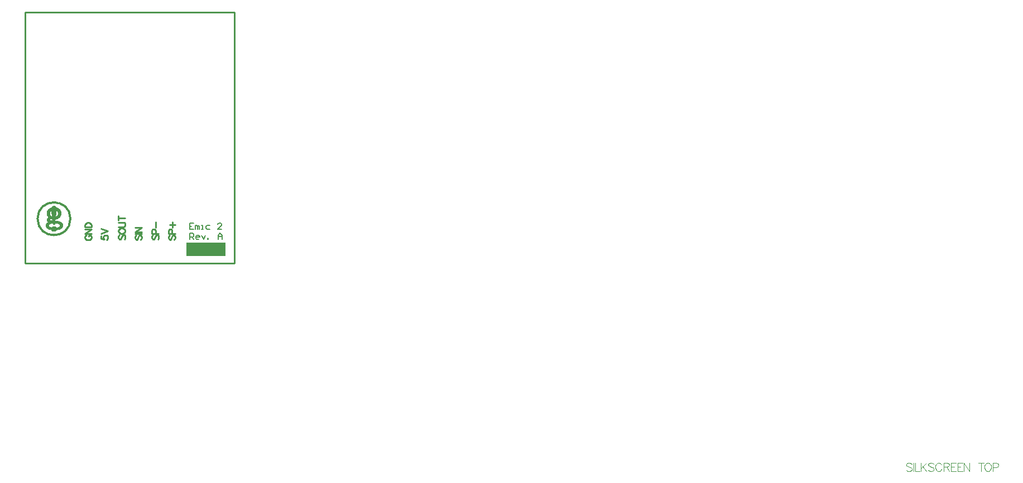
<source format=gto>
%FSLAX25Y25*%
%MOIN*%
G70*
G01*
G75*
G04 Layer_Color=9555144*
%ADD10O,0.01772X0.05512*%
%ADD11R,0.05118X0.08268*%
%ADD12O,0.00984X0.06102*%
%ADD13O,0.06102X0.00984*%
%ADD14R,0.08661X0.11024*%
%ADD15R,0.11024X0.11024*%
%ADD16R,0.02362X0.03740*%
%ADD17O,0.05512X0.01378*%
%ADD18R,0.06693X0.04134*%
%ADD19C,0.03500*%
%ADD20C,0.02000*%
%ADD21C,0.01200*%
%ADD22C,0.00800*%
%ADD23C,0.01500*%
%ADD24C,0.01400*%
%ADD25C,0.01000*%
%ADD26C,0.00492*%
%ADD27C,0.00787*%
%ADD28C,0.06693*%
%ADD29R,0.06200X0.06200*%
%ADD30C,0.02000*%
%ADD31C,0.00984*%
%ADD32C,0.00100*%
%ADD33C,0.00394*%
%ADD34C,0.02500*%
%ADD35R,0.03937X0.04331*%
%ADD36R,0.04331X0.03937*%
%ADD37R,0.06000X0.05000*%
%ADD38R,0.05000X0.06000*%
%ADD39R,0.07087X0.05512*%
%ADD40R,0.05906X0.05118*%
%ADD41R,0.06200X0.06200*%
%ADD42C,0.06200*%
%ADD43C,0.03000*%
%ADD44C,0.04000*%
%ADD45R,0.03700X0.17300*%
%ADD46O,0.02572X0.06312*%
%ADD47R,0.05918X0.09068*%
%ADD48O,0.01784X0.06902*%
%ADD49O,0.06902X0.01784*%
%ADD50R,0.09461X0.11824*%
%ADD51R,0.11824X0.11824*%
%ADD52R,0.03162X0.04540*%
%ADD53O,0.06312X0.02178*%
%ADD54R,0.07493X0.04934*%
%ADD55C,0.07493*%
%ADD56R,0.07000X0.07000*%
%ADD57R,0.04737X0.05131*%
%ADD58R,0.05131X0.04737*%
%ADD59R,0.06800X0.05800*%
%ADD60R,0.05800X0.06800*%
%ADD61R,0.07887X0.06312*%
%ADD62R,0.06706X0.05918*%
%ADD63R,0.07000X0.07000*%
%ADD64C,0.07000*%
%ADD65R,0.23600X0.08000*%
D21*
X26978Y26527D02*
G03*
X26978Y26527I-9800J0D01*
G01*
D22*
X98300Y14300D02*
Y17799D01*
X100049D01*
X100633Y17216D01*
Y16049D01*
X100049Y15466D01*
X98300D01*
X99466D02*
X100633Y14300D01*
X103548D02*
X102382D01*
X101799Y14883D01*
Y16049D01*
X102382Y16633D01*
X103548D01*
X104131Y16049D01*
Y15466D01*
X101799D01*
X105298Y16633D02*
X106464Y14300D01*
X107630Y16633D01*
X108797Y14300D02*
Y14883D01*
X109380D01*
Y14300D01*
X108797D01*
X115211D02*
Y16633D01*
X116377Y17799D01*
X117544Y16633D01*
Y14300D01*
Y16049D01*
X115211D01*
X100533Y23799D02*
X98200D01*
Y20300D01*
X100533D01*
X98200Y22049D02*
X99366D01*
X101699Y20300D02*
Y22633D01*
X102282D01*
X102865Y22049D01*
Y20300D01*
Y22049D01*
X103448Y22633D01*
X104031Y22049D01*
Y20300D01*
X105198D02*
X106364D01*
X105781D01*
Y22633D01*
X105198D01*
X110446D02*
X108697D01*
X108114Y22049D01*
Y20883D01*
X108697Y20300D01*
X110446D01*
X117444D02*
X115111D01*
X117444Y22633D01*
Y23216D01*
X116861Y23799D01*
X115694D01*
X115111Y23216D01*
D25*
X86172Y16766D02*
X85791Y16385D01*
X85601Y15814D01*
Y15052D01*
X85791Y14481D01*
X86172Y14100D01*
X86553D01*
X86934Y14290D01*
X87124Y14481D01*
X87315Y14862D01*
X87696Y16004D01*
X87886Y16385D01*
X88077Y16576D01*
X88457Y16766D01*
X89029D01*
X89410Y16385D01*
X89600Y15814D01*
Y15052D01*
X89410Y14481D01*
X89029Y14100D01*
X87696Y17661D02*
Y19375D01*
X87505Y19946D01*
X87315Y20137D01*
X86934Y20327D01*
X86363D01*
X85982Y20137D01*
X85791Y19946D01*
X85601Y19375D01*
Y17661D01*
X89600D01*
X86172Y22936D02*
X89600D01*
X87886Y21222D02*
Y24650D01*
X76272Y16866D02*
X75891Y16485D01*
X75701Y15914D01*
Y15152D01*
X75891Y14581D01*
X76272Y14200D01*
X76653D01*
X77034Y14390D01*
X77224Y14581D01*
X77415Y14962D01*
X77796Y16104D01*
X77986Y16485D01*
X78176Y16676D01*
X78557Y16866D01*
X79129D01*
X79510Y16485D01*
X79700Y15914D01*
Y15152D01*
X79510Y14581D01*
X79129Y14200D01*
X77796Y17761D02*
Y19475D01*
X77605Y20046D01*
X77415Y20237D01*
X77034Y20427D01*
X76463D01*
X76082Y20237D01*
X75891Y20046D01*
X75701Y19475D01*
Y17761D01*
X79700D01*
X77986Y21322D02*
Y24750D01*
X45401Y16385D02*
Y14481D01*
X47115Y14290D01*
X46924Y14481D01*
X46734Y15052D01*
Y15623D01*
X46924Y16195D01*
X47305Y16576D01*
X47877Y16766D01*
X48257D01*
X48829Y16576D01*
X49210Y16195D01*
X49400Y15623D01*
Y15052D01*
X49210Y14481D01*
X49019Y14290D01*
X48638Y14100D01*
X45401Y17661D02*
X49400Y19185D01*
X45401Y20708D02*
X49400Y19185D01*
X56272Y16866D02*
X55891Y16485D01*
X55701Y15914D01*
Y15152D01*
X55891Y14581D01*
X56272Y14200D01*
X56653D01*
X57034Y14390D01*
X57224Y14581D01*
X57415Y14962D01*
X57796Y16104D01*
X57986Y16485D01*
X58176Y16676D01*
X58557Y16866D01*
X59129D01*
X59510Y16485D01*
X59700Y15914D01*
Y15152D01*
X59510Y14581D01*
X59129Y14200D01*
X55701Y18904D02*
X55891Y18523D01*
X56272Y18142D01*
X56653Y17952D01*
X57224Y17761D01*
X58176D01*
X58748Y17952D01*
X59129Y18142D01*
X59510Y18523D01*
X59700Y18904D01*
Y19666D01*
X59510Y20046D01*
X59129Y20427D01*
X58748Y20618D01*
X58176Y20808D01*
X57224D01*
X56653Y20618D01*
X56272Y20427D01*
X55891Y20046D01*
X55701Y19666D01*
Y18904D01*
Y21741D02*
X58557D01*
X59129Y21932D01*
X59510Y22312D01*
X59700Y22884D01*
Y23265D01*
X59510Y23836D01*
X59129Y24217D01*
X58557Y24407D01*
X55701D01*
Y26845D02*
X59700D01*
X55701Y25512D02*
Y28178D01*
X36553Y16757D02*
X36172Y16566D01*
X35791Y16185D01*
X35601Y15804D01*
Y15043D01*
X35791Y14662D01*
X36172Y14281D01*
X36553Y14090D01*
X37124Y13900D01*
X38076D01*
X38648Y14090D01*
X39029Y14281D01*
X39410Y14662D01*
X39600Y15043D01*
Y15804D01*
X39410Y16185D01*
X39029Y16566D01*
X38648Y16757D01*
X38076D01*
Y15804D02*
Y16757D01*
X35601Y17671D02*
X39600D01*
X35601D02*
X39600Y20337D01*
X35601D02*
X39600D01*
X35601Y21441D02*
X39600D01*
X35601D02*
Y22774D01*
X35791Y23346D01*
X36172Y23727D01*
X36553Y23917D01*
X37124Y24107D01*
X38076D01*
X38648Y23917D01*
X39029Y23727D01*
X39410Y23346D01*
X39600Y22774D01*
Y21441D01*
X66172Y16766D02*
X65791Y16385D01*
X65601Y15814D01*
Y15052D01*
X65791Y14481D01*
X66172Y14100D01*
X66553D01*
X66934Y14290D01*
X67124Y14481D01*
X67315Y14862D01*
X67696Y16004D01*
X67886Y16385D01*
X68076Y16576D01*
X68457Y16766D01*
X69029D01*
X69410Y16385D01*
X69600Y15814D01*
Y15052D01*
X69410Y14481D01*
X69029Y14100D01*
X65601Y17661D02*
X69600D01*
X65601Y18499D02*
X69600D01*
X65601D02*
X69600Y21165D01*
X65601D02*
X69600D01*
X0Y0D02*
X125000D01*
X0Y150000D02*
X125000D01*
X0Y0D02*
Y150000D01*
X125000Y0D02*
Y150000D01*
D26*
X529453Y-120057D02*
X528984Y-119589D01*
X528281Y-119355D01*
X527344D01*
X526641Y-119589D01*
X526172Y-120057D01*
Y-120526D01*
X526407Y-120995D01*
X526641Y-121229D01*
X527110Y-121463D01*
X528515Y-121932D01*
X528984Y-122166D01*
X529218Y-122400D01*
X529453Y-122869D01*
Y-123572D01*
X528984Y-124040D01*
X528281Y-124275D01*
X527344D01*
X526641Y-124040D01*
X526172Y-123572D01*
X530554Y-119355D02*
Y-124275D01*
X531585Y-119355D02*
Y-124275D01*
X534396D01*
X534935Y-119355D02*
Y-124275D01*
X538215Y-119355D02*
X534935Y-122635D01*
X536107Y-121463D02*
X538215Y-124275D01*
X542597Y-120057D02*
X542128Y-119589D01*
X541425Y-119355D01*
X540488D01*
X539785Y-119589D01*
X539316Y-120057D01*
Y-120526D01*
X539551Y-120995D01*
X539785Y-121229D01*
X540254Y-121463D01*
X541659Y-121932D01*
X542128Y-122166D01*
X542362Y-122400D01*
X542597Y-122869D01*
Y-123572D01*
X542128Y-124040D01*
X541425Y-124275D01*
X540488D01*
X539785Y-124040D01*
X539316Y-123572D01*
X547212Y-120526D02*
X546978Y-120057D01*
X546509Y-119589D01*
X546041Y-119355D01*
X545104D01*
X544635Y-119589D01*
X544166Y-120057D01*
X543932Y-120526D01*
X543698Y-121229D01*
Y-122400D01*
X543932Y-123103D01*
X544166Y-123572D01*
X544635Y-124040D01*
X545104Y-124275D01*
X546041D01*
X546509Y-124040D01*
X546978Y-123572D01*
X547212Y-123103D01*
X548595Y-119355D02*
Y-124275D01*
Y-119355D02*
X550703D01*
X551406Y-119589D01*
X551640Y-119823D01*
X551875Y-120292D01*
Y-120760D01*
X551640Y-121229D01*
X551406Y-121463D01*
X550703Y-121698D01*
X548595D01*
X550235D02*
X551875Y-124275D01*
X556022Y-119355D02*
X552976D01*
Y-124275D01*
X556022D01*
X552976Y-121698D02*
X554850D01*
X559888Y-119355D02*
X556842D01*
Y-124275D01*
X559888D01*
X556842Y-121698D02*
X558716D01*
X560708Y-119355D02*
Y-124275D01*
Y-119355D02*
X563988Y-124275D01*
Y-119355D02*
Y-124275D01*
X570853Y-119355D02*
Y-124275D01*
X569213Y-119355D02*
X572493D01*
X574484D02*
X574016Y-119589D01*
X573547Y-120057D01*
X573313Y-120526D01*
X573078Y-121229D01*
Y-122400D01*
X573313Y-123103D01*
X573547Y-123572D01*
X574016Y-124040D01*
X574484Y-124275D01*
X575421D01*
X575890Y-124040D01*
X576359Y-123572D01*
X576593Y-123103D01*
X576827Y-122400D01*
Y-121229D01*
X576593Y-120526D01*
X576359Y-120057D01*
X575890Y-119589D01*
X575421Y-119355D01*
X574484D01*
X577975Y-121932D02*
X580084D01*
X580787Y-121698D01*
X581021Y-121463D01*
X581255Y-120995D01*
Y-120292D01*
X581021Y-119823D01*
X580787Y-119589D01*
X580084Y-119355D01*
X577975D01*
Y-124275D01*
D32*
X16550Y34117D02*
X17450D01*
X16350Y34017D02*
X17650D01*
X16150Y33917D02*
X17850D01*
X16050Y33817D02*
X17950D01*
X15950Y33717D02*
X18050D01*
X15850Y33617D02*
X18050D01*
X15850Y33517D02*
X18150D01*
X15750Y33417D02*
X18250D01*
X15750Y33317D02*
X18250D01*
X15350Y33217D02*
X18550D01*
X15150Y33117D02*
X18850D01*
X14850Y33017D02*
X19150D01*
X14650Y32917D02*
X19350D01*
X14550Y32817D02*
X19550D01*
X14350Y32717D02*
X19650D01*
X14250Y32617D02*
X19850D01*
X14150Y32517D02*
X19950D01*
X13950Y32417D02*
X20150D01*
X13850Y32317D02*
X20250D01*
X13750Y32217D02*
X20350D01*
X13650Y32117D02*
X20450D01*
X13650Y32017D02*
X20450D01*
X13550Y31917D02*
X20550D01*
X13450Y31817D02*
X20650D01*
X13350Y31717D02*
X20750D01*
X13350Y31617D02*
X15450D01*
X15550D02*
X18450D01*
X18650D02*
X20750D01*
X13250Y31517D02*
X15250D01*
X15550D02*
X18450D01*
X18750D02*
X20850D01*
X13150Y31417D02*
X15150D01*
X15550D02*
X18450D01*
X18850D02*
X20850D01*
X13150Y31317D02*
X15050D01*
X15550D02*
X18350D01*
X18950D02*
X20950D01*
X13050Y31217D02*
X14950D01*
X15550D02*
X18350D01*
X19050D02*
X20950D01*
X13050Y31117D02*
X14950D01*
X15550D02*
X18350D01*
X19150D02*
X21050D01*
X13050Y31017D02*
X14850D01*
X15650D02*
X18350D01*
X19150D02*
X21050D01*
X12950Y30917D02*
X14750D01*
X15650D02*
X18350D01*
X19250D02*
X21050D01*
X12950Y30817D02*
X14750D01*
X15650D02*
X18350D01*
X19350D02*
X21150D01*
X12950Y30717D02*
X14650D01*
X15650D02*
X18350D01*
X19350D02*
X21150D01*
X12950Y30617D02*
X14650D01*
X15650D02*
X18350D01*
X19350D02*
X21150D01*
X12850Y30517D02*
X14650D01*
X15650D02*
X18250D01*
X19450D02*
X21150D01*
X12850Y30417D02*
X14550D01*
X15650D02*
X18250D01*
X19450D02*
X21250D01*
X12850Y30317D02*
X14550D01*
X15650D02*
X18250D01*
X19450D02*
X21250D01*
X12850Y30217D02*
X14550D01*
X15750D02*
X18250D01*
X19550D02*
X21250D01*
X12850Y30117D02*
X14550D01*
X15750D02*
X18250D01*
X19550D02*
X21250D01*
X12850Y30017D02*
X14550D01*
X15750D02*
X18250D01*
X19550D02*
X21250D01*
X12850Y29917D02*
X14550D01*
X15750D02*
X18250D01*
X19550D02*
X21250D01*
X12850Y29817D02*
X14550D01*
X15750D02*
X18250D01*
X19550D02*
X21250D01*
X12850Y29717D02*
X14550D01*
X15750D02*
X18250D01*
X19550D02*
X21250D01*
X12850Y29617D02*
X14550D01*
X15750D02*
X18150D01*
X19550D02*
X21250D01*
X12850Y29517D02*
X14550D01*
X15850D02*
X18150D01*
X19550D02*
X21250D01*
X12850Y29417D02*
X14550D01*
X15850D02*
X18150D01*
X19550D02*
X21250D01*
X12850Y29317D02*
X14550D01*
X15850D02*
X18150D01*
X19550D02*
X21250D01*
X12850Y29217D02*
X14650D01*
X15850D02*
X18150D01*
X19450D02*
X21150D01*
X12950Y29117D02*
X14650D01*
X15850D02*
X18150D01*
X19450D02*
X21150D01*
X12950Y29017D02*
X14650D01*
X15850D02*
X18150D01*
X19450D02*
X21150D01*
X12950Y28917D02*
X14750D01*
X15850D02*
X18150D01*
X19350D02*
X21150D01*
X13050Y28817D02*
X14750D01*
X15850D02*
X18050D01*
X19350D02*
X21050D01*
X13050Y28717D02*
X14850D01*
X15950D02*
X18050D01*
X19250D02*
X21050D01*
X13050Y28617D02*
X14850D01*
X15950D02*
X18050D01*
X19250D02*
X21050D01*
X13150Y28517D02*
X14950D01*
X15950D02*
X18050D01*
X19150D02*
X20950D01*
X13150Y28417D02*
X15050D01*
X15950D02*
X18050D01*
X19050D02*
X20950D01*
X13250Y28317D02*
X15150D01*
X15950D02*
X18050D01*
X18950D02*
X20850D01*
X13250Y28217D02*
X15250D01*
X15950D02*
X18050D01*
X18850D02*
X20850D01*
X13350Y28117D02*
X15350D01*
X15950D02*
X18050D01*
X18650D02*
X20750D01*
X13450Y28017D02*
X15550D01*
X16050D02*
X18050D01*
X18450D02*
X20650D01*
X13450Y27917D02*
X15650D01*
X16050D02*
X17950D01*
X18250D02*
X20650D01*
X13550Y27817D02*
X15950D01*
X16050D02*
X17950D01*
X18050D02*
X20550D01*
X13650Y27717D02*
X20450D01*
X13750Y27617D02*
X20350D01*
X13850Y27517D02*
X20250D01*
X13750Y27417D02*
X20150D01*
X13650Y27317D02*
X20050D01*
X13550Y27217D02*
X19950D01*
X13450Y27117D02*
X19850D01*
X13350Y27017D02*
X19750D01*
X13250Y26917D02*
X19550D01*
X13150Y26817D02*
X19350D01*
X13050Y26717D02*
X19150D01*
X13050Y26617D02*
X14950D01*
X15150D02*
X18950D01*
X12950Y26517D02*
X14850D01*
X15450D02*
X18650D01*
X12950Y26417D02*
X14650D01*
X15850D02*
X18350D01*
X12850Y26317D02*
X14550D01*
X16250D02*
X17850D01*
X12850Y26217D02*
X14450D01*
X16250D02*
X17750D01*
X12850Y26117D02*
X14450D01*
X16250D02*
X17750D01*
X12850Y26017D02*
X14450D01*
X16250D02*
X17750D01*
X12850Y25917D02*
X14450D01*
X16250D02*
X17750D01*
X12850Y25817D02*
X14650D01*
X16250D02*
X17750D01*
X12850Y25717D02*
X14850D01*
X16250D02*
X17750D01*
X12850Y25617D02*
X15250D01*
X16250D02*
X17750D01*
X12950Y25517D02*
X15950D01*
X16250D02*
X17750D01*
X12950Y25417D02*
X17750D01*
X12950Y25317D02*
X17950D01*
X13050Y25217D02*
X18850D01*
X13150Y25117D02*
X19550D01*
X13250Y25017D02*
X20050D01*
X13350Y24917D02*
X20450D01*
X13450Y24817D02*
X20650D01*
X13650Y24717D02*
X20950D01*
X13750Y24617D02*
X21150D01*
X13550Y24517D02*
X21250D01*
X13350Y24417D02*
X21450D01*
X13150Y24317D02*
X21550D01*
X13050Y24217D02*
X21650D01*
X12950Y24117D02*
X21750D01*
X12850Y24017D02*
X16250D01*
X16350D02*
X21850D01*
X12750Y23917D02*
X15450D01*
X16450D02*
X17550D01*
X18550D02*
X21950D01*
X12650Y23817D02*
X15150D01*
X16450D02*
X17550D01*
X19150D02*
X21950D01*
X12550Y23717D02*
X14850D01*
X16450D02*
X17550D01*
X19550D02*
X22050D01*
X12450Y23617D02*
X14650D01*
X16450D02*
X17450D01*
X19850D02*
X22050D01*
X12450Y23517D02*
X14450D01*
X16450D02*
X17450D01*
X20050D02*
X22150D01*
X12350Y23417D02*
X14350D01*
X16450D02*
X17450D01*
X20250D02*
X22150D01*
X12350Y23317D02*
X14150D01*
X16450D02*
X17450D01*
X20350D02*
X22150D01*
X12350Y23217D02*
X14050D01*
X16450D02*
X17450D01*
X20450D02*
X22250D01*
X12250Y23117D02*
X14050D01*
X16550D02*
X17450D01*
X20550D02*
X22250D01*
X12250Y23017D02*
X13950D01*
X20550D02*
X22250D01*
X12250Y22917D02*
X13950D01*
X20550D02*
X22250D01*
X12250Y22817D02*
X13850D01*
X20650D02*
X22250D01*
X12250Y22717D02*
X13850D01*
X20650D02*
X22250D01*
X12250Y22617D02*
X13850D01*
X20650D02*
X22250D01*
X12250Y22517D02*
X13850D01*
X20550D02*
X22250D01*
X12250Y22417D02*
X13850D01*
X20550D02*
X22250D01*
X12250Y22317D02*
X13850D01*
X20550D02*
X22250D01*
X12250Y22217D02*
X13950D01*
X20450D02*
X22250D01*
X12250Y22117D02*
X14050D01*
X20450D02*
X22250D01*
X12250Y22017D02*
X14050D01*
X16650D02*
X17350D01*
X20350D02*
X22150D01*
X12350Y21917D02*
X14250D01*
X16350D02*
X17650D01*
X20250D02*
X22150D01*
X12350Y21817D02*
X14350D01*
X16150D02*
X17850D01*
X20150D02*
X22150D01*
X12450Y21717D02*
X14550D01*
X16050D02*
X17950D01*
X19950D02*
X22050D01*
X12450Y21617D02*
X14850D01*
X15950D02*
X18050D01*
X19750D02*
X22050D01*
X12550Y21517D02*
X15150D01*
X15850D02*
X18150D01*
X19550D02*
X21950D01*
X12550Y21417D02*
X15650D01*
X15750D02*
X18150D01*
X19150D02*
X21850D01*
X12650Y21317D02*
X18250D01*
X18450D02*
X21850D01*
X12750Y21217D02*
X21750D01*
X12850Y21117D02*
X21650D01*
X12950Y21017D02*
X21550D01*
X13150Y20917D02*
X21350D01*
X13250Y20817D02*
X21250D01*
X13450Y20717D02*
X21050D01*
X13550Y20617D02*
X20950D01*
X13850Y20517D02*
X20750D01*
X14050Y20417D02*
X20550D01*
X14350Y20317D02*
X20250D01*
X14650Y20217D02*
X19950D01*
X15150Y20117D02*
X19450D01*
X15650Y20017D02*
X18850D01*
X15650Y19917D02*
X18250D01*
X15750Y19817D02*
X18250D01*
X15750Y19717D02*
X18150D01*
X15850Y19617D02*
X18050D01*
X15950Y19517D02*
X17950D01*
X16050Y19417D02*
X17850D01*
X16250Y19317D02*
X17650D01*
X16450Y19217D02*
X17450D01*
D65*
X107800Y8300D02*
D03*
M02*

</source>
